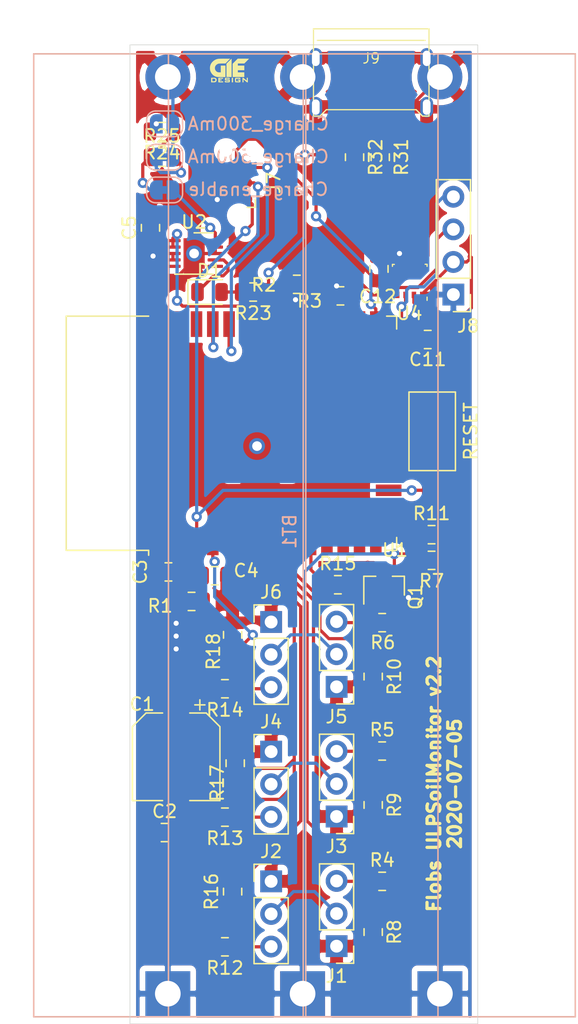
<source format=kicad_pcb>
(kicad_pcb (version 20171130) (host pcbnew "(5.1.4)-1")
  (title_block (title ULPSoilMonitor) (date 2020-07-05) (rev v2.2) (company Flobs))
  (layers (0 F.Cu signal) (31 B.Cu signal) (34 B.Paste user) (35 F.Paste user) (36 B.SilkS user) (37 F.SilkS user) (38 B.Mask user) (39 F.Mask user) (44 Edge.Cuts user))
  (net 0 "")
  (net 1 +BATT)
  (net 2 -BATT)
  (net 3 EN)
  (net 4 SENSOR0)
  (net 5 SENSOR_VCC)
  (net 6 SENSOR1)
  (net 7 SENSOR2)
  (net 8 SENSOR3)
  (net 9 SENSOR4)
  (net 10 SENSOR5)
  (net 11 VBUS)
  (net 12 "Net-(Q1-Pad1)")
  (net 13 IO0)
  (net 14 SENSOR0_SCALED)
  (net 15 SENSOR3_SCALED)
  (net 16 SENSOR1_SCALED)
  (net 17 SENSOR4_SCALED)
  (net 18 SENSOR2_SCALED)
  (net 19 SENSOR5_SCALED)
  (net 20 SENSOR_ENABLE)
  (net 21 ESPRX)
  (net 22 ESPTX)
  (net 23 SCL)
  (net 24 SDA)
  (net 25 VCC_SCALED)
  (net 26 "Net-(D1-Pad2)")
  (net 27 "Net-(D1-Pad1)")
  (net 28 PROG)
  (net 29 "Net-(JP1-Pad2)")
  (net 30 "Net-(JP2-Pad1)")
  (net 31 "Net-(JP3-Pad1)")
  (net 32 "Net-(U1-Pad12)")
  (net 33 "Net-(U1-Pad13)")
  (net 34 "Net-(U1-Pad14)")
  (net 35 "Net-(U1-Pad16)")
  (net 36 "Net-(U1-Pad17)")
  (net 37 "Net-(U1-Pad18)")
  (net 38 "Net-(U1-Pad19)")
  (net 39 "Net-(U1-Pad20)")
  (net 40 "Net-(U1-Pad21)")
  (net 41 "Net-(U1-Pad22)")
  (net 42 "Net-(U1-Pad23)")
  (net 43 "Net-(U1-Pad24)")
  (net 44 "Net-(U1-Pad27)")
  (net 45 "Net-(U1-Pad28)")
  (net 46 "Net-(U1-Pad30)")
  (net 47 "Net-(U1-Pad31)")
  (net 48 "Net-(U1-Pad32)")
  (net 49 "Net-(U1-Pad33)")
  (net 50 "Net-(U1-Pad36)")
  (net 51 "Net-(U1-Pad37)")
  (net 52 "Net-(U2-Pad5)")
  (net 53 "Net-(U2-Pad6)")
  (net 54 "Net-(J9-PadA5)")
  (net 55 "Net-(J9-PadB5)")
  (module "0 - GIE Design Logos:GIE Design - no LLC (3mm x 2mm)" (layer F.Cu) (at 46.25 30.25)
    (fp_text reference G*** hide)
    (fp_text value LOGO hide)
  )
  (module Package_DFN_QFN:DFN-10-1EP_3x3mm_P0.5mm_EP1.65x2.38mm (layer F.Cu) (at 43.5 44.5)
    (fp_text reference U2 (at 0 -2.45) (layer F.SilkS))
    (fp_text value MCP73123)
    (pad 1 smd roundrect (at -1.65 -1) (size 1.2 0.25) (layers F.Cu F.Paste F.Mask) (net 11 VBUS))
    (pad 2 smd roundrect (at -1.65 -0.5) (size 1.2 0.25) (layers F.Cu F.Paste F.Mask) (net 11 VBUS))
    (pad 3 smd roundrect (at -1.65 0) (size 1.2 0.25) (layers F.Cu F.Paste F.Mask) (net 1 +BATT))
    (pad 4 smd roundrect (at -1.65 0.5) (size 1.2 0.25) (layers F.Cu F.Paste F.Mask) (net 1 +BATT))
    (pad 5 smd roundrect (at -1.65 1) (size 1.2 0.25) (layers F.Cu F.Paste F.Mask) (net 52 "Net-(U2-Pad5)"))
    (pad 6 smd roundrect (at 1.65 1) (size 1.2 0.25) (layers F.Cu F.Paste F.Mask) (net 53 "Net-(U2-Pad6)"))
    (pad 7 smd roundrect (at 1.65 0.5) (size 1.2 0.25) (layers F.Cu F.Paste F.Mask) (net 27 "Net-(D1-Pad1)"))
    (pad 8 smd roundrect (at 1.65 0) (size 1.2 0.25) (layers F.Cu F.Paste F.Mask) (net 2 -BATT))
    (pad 9 smd roundrect (at 1.65 -0.5) (size 1.2 0.25) (layers F.Cu F.Paste F.Mask) (net 2 -BATT))
    (pad 10 smd roundrect (at 1.65 -1) (size 1.2 0.25) (layers F.Cu F.Paste F.Mask) (net 28 PROG))
    (pad 11 smd rect (at 0 0) (size 1.65 2.38) (layers F.Cu F.Mask) (net 2 -BATT))
    (pad "" thru_hole circle (at 0 0) (size 1.25 1.25) (drill 0.75) (layers *.Cu *.Mask) (net 2 -BATT))
  )
  (module Resistor_SMD:R_0805_2012Metric (layer F.Cu) (at 56 37 270)
    (fp_text reference R32 (at 0 -1.65 90) (layer F.SilkS))
    (fp_text value "5.1k 10%")
    (pad 2 smd roundrect (at 0.9375 0 270) (size 0.975 1.4) (layers F.Cu F.Paste F.Mask) (net 2 -BATT))
    (pad 1 smd roundrect (at -0.9375 0 270) (size 0.975 1.4) (layers F.Cu F.Paste F.Mask) (net 55 "Net-(J9-PadB5)"))
  )
  (module Resistor_SMD:R_0805_2012Metric (layer F.Cu) (at 58 37 270)
    (fp_text reference R31 (at 0 -1.65 90) (layer F.SilkS))
    (fp_text value "5.1k 10%")
    (pad 2 smd roundrect (at 0.9375 0 270) (size 0.975 1.4) (layers F.Cu F.Paste F.Mask) (net 2 -BATT))
    (pad 1 smd roundrect (at -0.9375 0 270) (size 0.975 1.4) (layers F.Cu F.Paste F.Mask) (net 54 "Net-(J9-PadA5)"))
  )
  (module Jumper:SolderJumper-2_P1.3mm_Bridged_RoundedPad1.0x1.5mm (layer B.Cu) (at 41.2 37)
    (fp_text reference JP2 hide)
    (fp_text value Charge_500mA (at 7.3 -0.05) (layer B.SilkS) (effects (justify mirror)))
    (fp_poly (pts (xy 0.25 0.3) (xy -0.25 0.3) (xy -0.25 -0.3) (xy 0.25 -0.3)) (layer B.Cu) (width 0))
    (pad 2 smd custom (at 0.65 0) (size 1 0.5) (layers B.Cu B.Mask) (net 2 -BATT) (options (clearance outline) (anchor rect)) (primitives (gr_circle (center 0 -0.25) (end 0.5 -0.25) (width 0)) (gr_circle (center 0 0.25) (end 0.5 0.25) (width 0)) (gr_poly (pts (xy 0 0.75) (xy -0.5 0.75) (xy -0.5 -0.75) (xy 0 -0.75)) (width 0))))
    (pad 1 smd custom (at -0.65 0) (size 1 0.5) (layers B.Cu B.Mask) (net 30 "Net-(JP2-Pad1)") (options (clearance outline) (anchor rect)) (primitives (gr_circle (center 0 -0.25) (end 0.5 -0.25) (width 0)) (gr_circle (center 0 0.25) (end 0.5 0.25) (width 0)) (gr_poly (pts (xy 0 0.75) (xy 0.5 0.75) (xy 0.5 -0.75) (xy 0 -0.75)) (width 0))))
  )
  (module Jumper:SolderJumper-2_P1.3mm_Bridged_RoundedPad1.0x1.5mm (layer B.Cu) (at 41.2 39.55 180)
    (fp_text reference JP1 hide)
    (fp_text value Charge_enable (at -7.3 0.05) (layer B.SilkS) (effects (justify mirror)))
    (fp_poly (pts (xy 0.25 0.3) (xy -0.25 0.3) (xy -0.25 -0.3) (xy 0.25 -0.3)) (layer B.Cu) (width 0))
    (pad 1 smd custom (at -0.65 0 180) (size 1 0.5) (layers B.Cu B.Mask) (net 28 PROG) (options (clearance outline) (anchor rect)) (primitives (gr_circle (center 0 -0.25) (end 0.5 -0.25) (width 0)) (gr_circle (center 0 0.25) (end 0.5 0.25) (width 0)) (gr_poly (pts (xy 0 0.75) (xy 0.5 0.75) (xy 0.5 -0.75) (xy 0 -0.75)) (width 0))))
    (pad 2 smd custom (at 0.65 0 180) (size 1 0.5) (layers B.Cu B.Mask) (net 29 "Net-(JP1-Pad2)") (options (clearance outline) (anchor rect)) (primitives (gr_circle (center 0 -0.25) (end 0.5 -0.25) (width 0)) (gr_circle (center 0 0.25) (end 0.5 0.25) (width 0)) (gr_poly (pts (xy 0 0.75) (xy -0.5 0.75) (xy -0.5 -0.75) (xy 0 -0.75)) (width 0))))
  )
  (module "0 - GIE Connectors, Terminal Blocks:TYPE-C-31-M-17.kicad_mod" (layer F.Cu) (at 57.3 29.3 180)
    (fp_text reference J9 (at 0 0) (layer F.SilkS) (effects (font (size 0.8 0.8) (thickness 0.1))))
    (fp_text value USB_C_Receptacle_PowerOnly)
    (pad S1 thru_hole roundrect (at -4.32 0 180) (size 1 1.6) (drill oval 0.6 1.2) (layers *.Cu *.Mask) (roundrect_rratio 0.5) (net 2 -BATT))
    (pad S1 thru_hole roundrect (at 4.32 0 180) (size 1 1.6) (drill oval 0.6 1.2) (layers *.Cu *.Mask) (roundrect_rratio 0.5) (net 2 -BATT))
    (pad S1 thru_hole roundrect (at 4.32 -3.8 180) (size 1 1.6) (drill oval 0.6 1.2) (layers *.Cu *.Mask) (roundrect_rratio 0.5) (net 2 -BATT))
    (pad S1 thru_hole roundrect (at -4.32 -3.8 180) (size 1 1.6) (drill oval 0.6 1.2) (layers *.Cu *.Mask) (roundrect_rratio 0.5) (net 2 -BATT))
    (pad B12 smd rect (at -2.75 -3.8 180) (size 0.8 1.2) (layers F.Cu F.Paste F.Mask) (net 2 -BATT))
    (pad B9 smd rect (at -1.52 -3.8 180) (size 0.8 1.2) (layers F.Cu F.Paste F.Mask) (net 11 VBUS))
    (pad A5 smd rect (at -0.5 -3.8 180) (size 0.8 1.2) (layers F.Cu F.Paste F.Mask) (net 54 "Net-(J9-PadA5)"))
    (pad B5 smd rect (at 0.5 -3.8 180) (size 0.8 1.2) (layers F.Cu F.Paste F.Mask) (net 55 "Net-(J9-PadB5)"))
    (pad A9 smd rect (at 1.52 -3.8 180) (size 0.8 1.2) (layers F.Cu F.Paste F.Mask) (net 11 VBUS))
    (pad A12 smd rect (at 2.75 -3.8 180) (size 0.8 1.2) (layers F.Cu F.Paste F.Mask) (net 2 -BATT))
  )
  (module Connector:Tag-Connect_TC2030-IDC-NL_2x03_P1.27mm_Vertical (layer F.Cu) (at 47 39 90)
    (fp_text reference J7 (at 0 2.7 90) (layer F.SilkS))
    (fp_text value Conn_ESP_PROG_1.27mm_TagConnect)
    (pad 6 connect circle (at 1.27 -0.635 90) (size 0.7874 0.7874) (layers F.Cu F.Mask) (net 13 IO0))
    (pad 5 connect circle (at 1.27 0.635 90) (size 0.7874 0.7874) (layers F.Cu F.Mask) (net 21 ESPRX))
    (pad 4 connect circle (at 0 -0.635 90) (size 0.7874 0.7874) (layers F.Cu F.Mask) (net 2 -BATT))
    (pad 3 connect circle (at 0 0.635 90) (size 0.7874 0.7874) (layers F.Cu F.Mask) (net 22 ESPTX))
    (pad 2 connect circle (at -1.27 -0.635 90) (size 0.7874 0.7874) (layers F.Cu F.Mask) (net 1 +BATT))
    (pad 1 connect circle (at -1.27 0.635 90) (size 0.7874 0.7874) (layers F.Cu F.Mask) (net 3 EN))
    (pad "" np_thru_hole circle (at -2.54 0 90) (size 0.9906 0.9906) (drill 0.9906) (layers *.Cu *.Mask))
    (pad "" np_thru_hole circle (at 2.54 1.016 90) (size 0.9906 0.9906) (drill 0.9906) (layers *.Cu *.Mask))
    (pad "" np_thru_hole circle (at 2.54 -1.016 90) (size 0.9906 0.9906) (drill 0.9906) (layers *.Cu *.Mask))
  )
  (module Jumper:SolderJumper-2_P1.3mm_Open_RoundedPad1.0x1.5mm (layer B.Cu) (at 41.2 34.4)
    (fp_text reference JP3 hide)
    (fp_text value Charge_300mA (at 7.3 0) (layer B.SilkS) (effects (justify mirror)))
    (pad 1 smd custom (at -0.65 0) (size 1 0.5) (layers B.Cu B.Mask) (net 31 "Net-(JP3-Pad1)") (options (clearance outline) (anchor rect)) (primitives (gr_circle (center 0 -0.25) (end 0.5 -0.25) (width 0)) (gr_circle (center 0 0.25) (end 0.5 0.25) (width 0)) (gr_poly (pts (xy 0 0.75) (xy 0.5 0.75) (xy 0.5 -0.75) (xy 0 -0.75)) (width 0))))
    (pad 2 smd custom (at 0.65 0) (size 1 0.5) (layers B.Cu B.Mask) (net 2 -BATT) (options (clearance outline) (anchor rect)) (primitives (gr_circle (center 0 -0.25) (end 0.5 -0.25) (width 0)) (gr_circle (center 0 0.25) (end 0.5 0.25) (width 0)) (gr_poly (pts (xy 0 0.75) (xy -0.5 0.75) (xy -0.5 -0.75) (xy 0 -0.75)) (width 0))))
  )
  (module RF_Module:ESP32-WROOM-32 (layer F.Cu) (at 49.4 58.5 90)
    (fp_text reference U1 (at -9.1 9.75 180) (layer F.SilkS))
    (fp_text value ESP32-WROOM-32)
    (pad 39 smd rect (at -1 -0.755 90) (size 5 5) (layers F.Cu F.Paste F.Mask) (net 2 -BATT))
    (pad 1 smd rect (at -8.5 -8.255 90) (size 2 0.9) (layers F.Cu F.Paste F.Mask) (net 2 -BATT))
    (pad 2 smd rect (at -8.5 -6.985 90) (size 2 0.9) (layers F.Cu F.Paste F.Mask) (net 1 +BATT))
    (pad 3 smd rect (at -8.5 -5.715 90) (size 2 0.9) (layers F.Cu F.Paste F.Mask) (net 3 EN))
    (pad 4 smd rect (at -8.5 -4.445 90) (size 2 0.9) (layers F.Cu F.Paste F.Mask) (net 19 SENSOR5_SCALED))
    (pad 5 smd rect (at -8.5 -3.175 90) (size 2 0.9) (layers F.Cu F.Paste F.Mask) (net 17 SENSOR4_SCALED))
    (pad 6 smd rect (at -8.5 -1.905 90) (size 2 0.9) (layers F.Cu F.Paste F.Mask) (net 15 SENSOR3_SCALED))
    (pad 7 smd rect (at -8.5 -0.635 90) (size 2 0.9) (layers F.Cu F.Paste F.Mask) (net 14 SENSOR0_SCALED))
    (pad 8 smd rect (at -8.5 0.635 90) (size 2 0.9) (layers F.Cu F.Paste F.Mask) (net 16 SENSOR1_SCALED))
    (pad 9 smd rect (at -8.5 1.905 90) (size 2 0.9) (layers F.Cu F.Paste F.Mask) (net 18 SENSOR2_SCALED))
    (pad 10 smd rect (at -8.5 3.175 90) (size 2 0.9) (layers F.Cu F.Paste F.Mask) (net 20 SENSOR_ENABLE))
    (pad 11 smd rect (at -8.5 4.445 90) (size 2 0.9) (layers F.Cu F.Paste F.Mask) (net 25 VCC_SCALED))
    (pad 12 smd rect (at -8.5 5.715 90) (size 2 0.9) (layers F.Cu F.Paste F.Mask) (net 32 "Net-(U1-Pad12)"))
    (pad 13 smd rect (at -8.5 6.985 90) (size 2 0.9) (layers F.Cu F.Paste F.Mask) (net 33 "Net-(U1-Pad13)"))
    (pad 14 smd rect (at -8.5 8.255 90) (size 2 0.9) (layers F.Cu F.Paste F.Mask) (net 34 "Net-(U1-Pad14)"))
    (pad 15 smd rect (at -5.715 9.255 180) (size 2 0.9) (layers F.Cu F.Paste F.Mask) (net 2 -BATT))
    (pad 16 smd rect (at -4.445 9.255 180) (size 2 0.9) (layers F.Cu F.Paste F.Mask) (net 35 "Net-(U1-Pad16)"))
    (pad 17 smd rect (at -3.175 9.255 180) (size 2 0.9) (layers F.Cu F.Paste F.Mask) (net 36 "Net-(U1-Pad17)"))
    (pad 18 smd rect (at -1.905 9.255 180) (size 2 0.9) (layers F.Cu F.Paste F.Mask) (net 37 "Net-(U1-Pad18)"))
    (pad 19 smd rect (at -0.635 9.255 180) (size 2 0.9) (layers F.Cu F.Paste F.Mask) (net 38 "Net-(U1-Pad19)"))
    (pad 20 smd rect (at 0.635 9.255 180) (size 2 0.9) (layers F.Cu F.Paste F.Mask) (net 39 "Net-(U1-Pad20)"))
    (pad 21 smd rect (at 1.905 9.255 180) (size 2 0.9) (layers F.Cu F.Paste F.Mask) (net 40 "Net-(U1-Pad21)"))
    (pad 22 smd rect (at 3.175 9.255 180) (size 2 0.9) (layers F.Cu F.Paste F.Mask) (net 41 "Net-(U1-Pad22)"))
    (pad 23 smd rect (at 4.445 9.255 180) (size 2 0.9) (layers F.Cu F.Paste F.Mask) (net 42 "Net-(U1-Pad23)"))
    (pad 24 smd rect (at 5.715 9.255 180) (size 2 0.9) (layers F.Cu F.Paste F.Mask) (net 43 "Net-(U1-Pad24)"))
    (pad 25 smd rect (at 8.5 8.255 90) (size 2 0.9) (layers F.Cu F.Paste F.Mask) (net 13 IO0))
    (pad 26 smd rect (at 8.5 6.985 90) (size 2 0.9) (layers F.Cu F.Paste F.Mask) (net 24 SDA))
    (pad 27 smd rect (at 8.5 5.715 90) (size 2 0.9) (layers F.Cu F.Paste F.Mask) (net 44 "Net-(U1-Pad27)"))
    (pad 28 smd rect (at 8.5 4.445 90) (size 2 0.9) (layers F.Cu F.Paste F.Mask) (net 45 "Net-(U1-Pad28)"))
    (pad 29 smd rect (at 8.5 3.175 90) (size 2 0.9) (layers F.Cu F.Paste F.Mask) (net 23 SCL))
    (pad 30 smd rect (at 8.5 1.905 90) (size 2 0.9) (layers F.Cu F.Paste F.Mask) (net 46 "Net-(U1-Pad30)"))
    (pad 31 smd rect (at 8.5 0.635 90) (size 2 0.9) (layers F.Cu F.Paste F.Mask) (net 47 "Net-(U1-Pad31)"))
    (pad 32 smd rect (at 8.5 -0.635 90) (size 2 0.9) (layers F.Cu F.Paste F.Mask) (net 48 "Net-(U1-Pad32)"))
    (pad 33 smd rect (at 8.5 -1.905 90) (size 2 0.9) (layers F.Cu F.Paste F.Mask) (net 49 "Net-(U1-Pad33)"))
    (pad 34 smd rect (at 8.5 -3.175 90) (size 2 0.9) (layers F.Cu F.Paste F.Mask) (net 21 ESPRX))
    (pad 35 smd rect (at 8.5 -4.445 90) (size 2 0.9) (layers F.Cu F.Paste F.Mask) (net 22 ESPTX))
    (pad 36 smd rect (at 8.5 -5.715 90) (size 2 0.9) (layers F.Cu F.Paste F.Mask) (net 50 "Net-(U1-Pad36)"))
    (pad 37 smd rect (at 8.5 -6.985 90) (size 2 0.9) (layers F.Cu F.Paste F.Mask) (net 51 "Net-(U1-Pad37)"))
    (pad 38 smd rect (at 8.5 -8.255 90) (size 2 0.9) (layers F.Cu F.Paste F.Mask) (net 2 -BATT))
    (pad 39 thru_hole circle (at -1 -1 90) (size 1.25 1.25) (drill 0.75) (layers *.Cu *.Mask) (net 2 -BATT))
  )
  (module Resistor_SMD:R_0805_2012Metric (layer F.Cu) (at 41 37)
    (fp_text reference R25 (at 0 -1.65) (layer F.SilkS))
    (fp_text value 2k37)
    (pad 2 smd roundrect (at 0.9375 0) (size 0.975 1.4) (layers F.Cu F.Paste F.Mask) (net 30 "Net-(JP2-Pad1)"))
    (pad 1 smd roundrect (at -0.9375 0) (size 0.975 1.4) (layers F.Cu F.Paste F.Mask) (net 29 "Net-(JP1-Pad2)"))
  )
  (module Resistor_SMD:R_0805_2012Metric (layer F.Cu) (at 41 35 180)
    (fp_text reference R24 (at 0 -1.65) (layer F.SilkS))
    (fp_text value 3k9)
    (pad 2 smd roundrect (at 0.9375 0 180) (size 0.975 1.4) (layers F.Cu F.Paste F.Mask) (net 31 "Net-(JP3-Pad1)"))
    (pad 1 smd roundrect (at -0.9375 0 180) (size 0.975 1.4) (layers F.Cu F.Paste F.Mask) (net 29 "Net-(JP1-Pad2)"))
  )
  (module Resistor_SMD:R_0805_2012Metric (layer F.Cu) (at 48.1 47.5 180)
    (fp_text reference R23 (at 0 -1.65) (layer F.SilkS))
    (fp_text value 1k)
    (pad 1 smd roundrect (at -0.9375 0 180) (size 0.975 1.4) (layers F.Cu F.Paste F.Mask) (net 11 VBUS))
    (pad 2 smd roundrect (at 0.9375 0 180) (size 0.975 1.4) (layers F.Cu F.Paste F.Mask) (net 26 "Net-(D1-Pad2)"))
  )
  (module LED_SMD:LED_0805_2012Metric (layer F.Cu) (at 44.7 47.5)
    (fp_text reference D1 (at 0 -1.65) (layer F.SilkS))
    (fp_text value CHARGING)
    (pad 2 smd roundrect (at 0.9375 0) (size 0.975 1.4) (layers F.Cu F.Paste F.Mask) (net 26 "Net-(D1-Pad2)"))
    (pad 1 smd roundrect (at -0.9375 0) (size 0.975 1.4) (layers F.Cu F.Paste F.Mask) (net 27 "Net-(D1-Pad1)"))
  )
  (module Capacitor_SMD:C_0805_2012Metric (layer F.Cu) (at 40.1 42.5 90)
    (fp_text reference C5 (at 0 -1.65 90) (layer F.SilkS))
    (fp_text value 4.7μF)
    (pad 2 smd roundrect (at 0.9375 0 90) (size 0.975 1.4) (layers F.Cu F.Paste F.Mask) (net 2 -BATT))
    (pad 1 smd roundrect (at -0.9375 0 90) (size 0.975 1.4) (layers F.Cu F.Paste F.Mask) (net 1 +BATT))
  )
  (module Resistor_SMD:R_0805_2012Metric (layer F.Cu) (at 45.9 98.5 180)
    (fp_text reference R12 (at 0 -1.65) (layer F.SilkS))
    (fp_text value 68k)
    (pad 1 smd roundrect (at -0.9375 0 180) (size 0.975 1.4) (layers F.Cu F.Paste F.Mask) (net 8 SENSOR3))
    (pad 2 smd roundrect (at 0.9375 0 180) (size 0.975 1.4) (layers F.Cu F.Paste F.Mask) (net 15 SENSOR3_SCALED))
  )
  (module Button_Switch_SMD:SW_SPST_FSMSM (layer F.Cu) (at 62.05 58.35 90)
    (fp_text reference SW1 hide)
    (fp_text value RESET (at 0 3 90) (layer F.SilkS))
    (pad 2 smd rect (at 4.59 0 90) (size 2.18 1.6) (layers F.Cu F.Paste F.Mask) (net 2 -BATT))
    (pad 1 smd rect (at -4.59 0 90) (size 2.18 1.6) (layers F.Cu F.Paste F.Mask) (net 3 EN))
  )
  (module Package_LGA:Bosch_LGA-8_2.5x2.5mm_P0.65mm_ClockwisePinNumbering (layer F.Cu) (at 60.3 46.7 180)
    (fp_text reference U4 (at 0.015 -2.465) (layer F.SilkS))
    (fp_text value BME280)
    (pad 4 smd rect (at 0.975 -1.025 270) (size 0.5 0.35) (layers F.Cu F.Paste F.Mask) (net 23 SCL))
    (pad 3 smd rect (at 0.325 -1.025 270) (size 0.5 0.35) (layers F.Cu F.Paste F.Mask) (net 24 SDA))
    (pad 2 smd rect (at -0.325 -1.025 270) (size 0.5 0.35) (layers F.Cu F.Paste F.Mask) (net 1 +BATT))
    (pad 1 smd rect (at -0.975 -1.025 270) (size 0.5 0.35) (layers F.Cu F.Paste F.Mask) (net 2 -BATT))
    (pad 8 smd rect (at -0.975 1.025 270) (size 0.5 0.35) (layers F.Cu F.Paste F.Mask) (net 1 +BATT))
    (pad 7 smd rect (at -0.325 1.025 270) (size 0.5 0.35) (layers F.Cu F.Paste F.Mask) (net 2 -BATT))
    (pad 6 smd rect (at 0.325 1.025 270) (size 0.5 0.35) (layers F.Cu F.Paste F.Mask) (net 1 +BATT))
    (pad 5 smd rect (at 0.975 1.025 270) (size 0.5 0.35) (layers F.Cu F.Paste F.Mask) (net 2 -BATT))
  )
  (module flobs-KiCad-footprints:BatteryHolder_BHC-18650-1P-2P (layer B.Cu) (at 51.95 102.15 90)
    (fp_text reference BT1 (at 36 -1 90) (layer B.SilkS) (effects (justify mirror)))
    (fp_text value Battery)
    (pad 2 thru_hole circle (at 71.4 0 90) (size 3.5 3.5) (drill 2) (layers *.Cu *.Mask) (net 2 -BATT))
    (pad 1 thru_hole rect (at 0 0 90) (size 3.5 3.5) (drill 2) (layers *.Cu *.Mask) (net 1 +BATT))
    (pad 2 thru_hole circle (at 71.4 10.7 90) (size 3.5 3.5) (drill 2) (layers *.Cu *.Mask) (net 2 -BATT))
    (pad 1 thru_hole rect (at 0 10.7 90) (size 3.5 3.5) (drill 2) (layers *.Cu *.Mask) (net 1 +BATT))
    (pad 2 thru_hole circle (at 71.4 -10.5 90) (size 3.5 3.5) (drill 2) (layers *.Cu *.Mask) (net 2 -BATT))
    (pad 1 thru_hole rect (at 0 -10.5 90) (size 3.5 3.5) (drill 2) (layers *.Cu *.Mask) (net 1 +BATT))
  )
  (module Resistor_SMD:R_0805_2012Metric (layer F.Cu) (at 46.7 84.2 270)
    (fp_text reference R17 (at 1.55 1.4 270) (layer F.SilkS))
    (fp_text value 30k)
    (pad 2 smd roundrect (at 0.9375 0 270) (size 0.975 1.4) (layers F.Cu F.Paste F.Mask) (net 2 -BATT))
    (pad 1 smd roundrect (at -0.9375 0 270) (size 0.975 1.4) (layers F.Cu F.Paste F.Mask) (net 17 SENSOR4_SCALED))
  )
  (module Resistor_SMD:R_0805_2012Metric (layer F.Cu) (at 62 68.4)
    (fp_text reference R7 (at 0 1.6) (layer F.SilkS))
    (fp_text value 68k)
    (pad 1 smd roundrect (at -0.9375 0) (size 0.975 1.4) (layers F.Cu F.Paste F.Mask) (net 5 SENSOR_VCC))
    (pad 2 smd roundrect (at 0.9375 0) (size 0.975 1.4) (layers F.Cu F.Paste F.Mask) (net 25 VCC_SCALED))
  )
  (module Resistor_SMD:R_0805_2012Metric (layer F.Cu) (at 62 66.4)
    (fp_text reference R11 (at 0 -1.65) (layer F.SilkS))
    (fp_text value 30k)
    (pad 2 smd roundrect (at 0.9375 0) (size 0.975 1.4) (layers F.Cu F.Paste F.Mask) (net 2 -BATT))
    (pad 1 smd roundrect (at -0.9375 0) (size 0.975 1.4) (layers F.Cu F.Paste F.Mask) (net 25 VCC_SCALED))
  )
  (module Resistor_SMD:R_0805_2012Metric (layer F.Cu) (at 57.4508 97.3508 270)
    (fp_text reference R8 (at 0 -1.65 90) (layer F.SilkS))
    (fp_text value 30k)
    (pad 2 smd roundrect (at 0.9375 0 270) (size 0.975 1.4) (layers F.Cu F.Paste F.Mask) (net 2 -BATT))
    (pad 1 smd roundrect (at -0.9375 0 270) (size 0.975 1.4) (layers F.Cu F.Paste F.Mask) (net 14 SENSOR0_SCALED))
  )
  (module Resistor_SMD:R_0805_2012Metric (layer F.Cu) (at 58.1508 93.4)
    (fp_text reference R4 (at 0 -1.65) (layer F.SilkS))
    (fp_text value 68k)
    (pad 1 smd roundrect (at -0.9375 0) (size 0.975 1.4) (layers F.Cu F.Paste F.Mask) (net 4 SENSOR0))
    (pad 2 smd roundrect (at 0.9375 0) (size 0.975 1.4) (layers F.Cu F.Paste F.Mask) (net 14 SENSOR0_SCALED))
  )
  (module Resistor_SMD:R_0805_2012Metric (layer F.Cu) (at 54.9 47.8 180)
    (fp_text reference R3 (at 2.4 -0.4) (layer F.SilkS))
    (fp_text value 4k7)
    (pad 1 smd roundrect (at -0.9375 0 180) (size 0.975 1.4) (layers F.Cu F.Paste F.Mask) (net 24 SDA))
    (pad 2 smd roundrect (at 0.9375 0 180) (size 0.975 1.4) (layers F.Cu F.Paste F.Mask) (net 1 +BATT))
  )
  (module Capacitor_SMD:CP_Elec_6.3x7.7 (layer F.Cu) (at 42.1 83.7 270)
    (fp_text reference C1 (at -4.1 2.65 180) (layer F.SilkS))
    (fp_text value 470μF)
    (pad 1 smd roundrect (at -2.7 0 270) (size 3.5 1.6) (layers F.Cu F.Paste F.Mask) (roundrect_rratio 0.15625) (net 1 +BATT))
    (pad 2 smd roundrect (at 2.7 0 270) (size 3.5 1.6) (layers F.Cu F.Paste F.Mask) (roundrect_rratio 0.15625) (net 2 -BATT))
  )
  (module Capacitor_SMD:C_0805_2012Metric (layer F.Cu) (at 41.2 89.6)
    (fp_text reference C2 (at 0 -1.65) (layer F.SilkS))
    (fp_text value 22μF)
    (pad 2 smd roundrect (at 0.9375 0) (size 0.975 1.4) (layers F.Cu F.Paste F.Mask) (net 2 -BATT))
    (pad 1 smd roundrect (at -0.9375 0) (size 0.975 1.4) (layers F.Cu F.Paste F.Mask) (net 1 +BATT))
  )
  (module Capacitor_SMD:C_0805_2012Metric (layer F.Cu) (at 41.5 69.3 180)
    (fp_text reference C3 (at 2.2 0 90) (layer F.SilkS))
    (fp_text value 100nF)
    (pad 1 smd roundrect (at -0.9375 0 180) (size 0.975 1.4) (layers F.Cu F.Paste F.Mask) (net 1 +BATT))
    (pad 2 smd roundrect (at 0.9375 0 180) (size 0.975 1.4) (layers F.Cu F.Paste F.Mask) (net 2 -BATT))
  )
  (module Capacitor_SMD:C_0805_2012Metric (layer F.Cu) (at 45.1 69.6)
    (fp_text reference C4 (at 2.45 -0.4) (layer F.SilkS))
    (fp_text value 100nF)
    (pad 1 smd roundrect (at -0.9375 0) (size 0.975 1.4) (layers F.Cu F.Paste F.Mask) (net 3 EN))
    (pad 2 smd roundrect (at 0.9375 0) (size 0.975 1.4) (layers F.Cu F.Paste F.Mask) (net 2 -BATT))
  )
  (module Capacitor_SMD:C_0805_2012Metric (layer F.Cu) (at 61.7 51.2)
    (fp_text reference C11 (at 0 1.55) (layer F.SilkS))
    (fp_text value 100nF)
    (pad 1 smd roundrect (at -0.9375 0) (size 0.975 1.4) (layers F.Cu F.Paste F.Mask) (net 1 +BATT))
    (pad 2 smd roundrect (at 0.9375 0) (size 0.975 1.4) (layers F.Cu F.Paste F.Mask) (net 2 -BATT))
  )
  (module Capacitor_SMD:C_0805_2012Metric (layer F.Cu) (at 57.9 45.7 270)
    (fp_text reference C12 (at 2.15 0.1 180) (layer F.SilkS))
    (fp_text value 100nF)
    (pad 2 smd roundrect (at 0.9375 0 270) (size 0.975 1.4) (layers F.Cu F.Paste F.Mask) (net 2 -BATT))
    (pad 1 smd roundrect (at -0.9375 0 270) (size 0.975 1.4) (layers F.Cu F.Paste F.Mask) (net 1 +BATT))
  )
  (module Connector_PinHeader_2.54mm:PinHeader_1x03_P2.54mm_Vertical (layer F.Cu) (at 54.6 98.45 180)
    (fp_text reference J1 (at 0 -2.33) (layer F.SilkS))
    (fp_text value Conn_01x03_Male)
    (pad 1 thru_hole rect (at 0 0 180) (size 1.7 1.7) (drill 1) (layers *.Cu *.Mask) (net 2 -BATT))
    (pad 2 thru_hole oval (at 0 2.54 180) (size 1.7 1.7) (drill 1) (layers *.Cu *.Mask) (net 5 SENSOR_VCC))
    (pad 3 thru_hole oval (at 0 5.08 180) (size 1.7 1.7) (drill 1) (layers *.Cu *.Mask) (net 4 SENSOR0))
  )
  (module Connector_PinHeader_2.54mm:PinHeader_1x03_P2.54mm_Vertical (layer F.Cu) (at 49.5 93.4)
    (fp_text reference J2 (at 0 -2.33) (layer F.SilkS))
    (fp_text value Conn_01x03_Male)
    (pad 1 thru_hole rect (at 0 0) (size 1.7 1.7) (drill 1) (layers *.Cu *.Mask) (net 2 -BATT))
    (pad 2 thru_hole oval (at 0 2.54) (size 1.7 1.7) (drill 1) (layers *.Cu *.Mask) (net 5 SENSOR_VCC))
    (pad 3 thru_hole oval (at 0 5.08) (size 1.7 1.7) (drill 1) (layers *.Cu *.Mask) (net 8 SENSOR3))
  )
  (module Connector_PinHeader_2.54mm:PinHeader_1x03_P2.54mm_Vertical (layer F.Cu) (at 54.6 88.3508 180)
    (fp_text reference J3 (at 0 -2.33) (layer F.SilkS))
    (fp_text value Conn_01x03_Male)
    (pad 1 thru_hole rect (at 0 0 180) (size 1.7 1.7) (drill 1) (layers *.Cu *.Mask) (net 2 -BATT))
    (pad 2 thru_hole oval (at 0 2.54 180) (size 1.7 1.7) (drill 1) (layers *.Cu *.Mask) (net 5 SENSOR_VCC))
    (pad 3 thru_hole oval (at 0 5.08 180) (size 1.7 1.7) (drill 1) (layers *.Cu *.Mask) (net 6 SENSOR1))
  )
  (module Connector_PinHeader_2.54mm:PinHeader_1x03_P2.54mm_Vertical (layer F.Cu) (at 49.5 83.3)
    (fp_text reference J4 (at 0 -2.33) (layer F.SilkS))
    (fp_text value Conn_01x03_Male)
    (pad 3 thru_hole oval (at 0 5.08) (size 1.7 1.7) (drill 1) (layers *.Cu *.Mask) (net 9 SENSOR4))
    (pad 2 thru_hole oval (at 0 2.54) (size 1.7 1.7) (drill 1) (layers *.Cu *.Mask) (net 5 SENSOR_VCC))
    (pad 1 thru_hole rect (at 0 0) (size 1.7 1.7) (drill 1) (layers *.Cu *.Mask) (net 2 -BATT))
  )
  (module Connector_PinHeader_2.54mm:PinHeader_1x03_P2.54mm_Vertical (layer F.Cu) (at 54.6 78.25 180)
    (fp_text reference J5 (at 0 -2.33) (layer F.SilkS))
    (fp_text value Conn_01x03_Male)
    (pad 3 thru_hole oval (at 0 5.08 180) (size 1.7 1.7) (drill 1) (layers *.Cu *.Mask) (net 7 SENSOR2))
    (pad 2 thru_hole oval (at 0 2.54 180) (size 1.7 1.7) (drill 1) (layers *.Cu *.Mask) (net 5 SENSOR_VCC))
    (pad 1 thru_hole rect (at 0 0 180) (size 1.7 1.7) (drill 1) (layers *.Cu *.Mask) (net 2 -BATT))
  )
  (module Connector_PinHeader_2.54mm:PinHeader_1x03_P2.54mm_Vertical (layer F.Cu) (at 49.5 73.2)
    (fp_text reference J6 (at 0 -2.33) (layer F.SilkS))
    (fp_text value Conn_01x03_Male)
    (pad 3 thru_hole oval (at 0 5.08) (size 1.7 1.7) (drill 1) (layers *.Cu *.Mask) (net 10 SENSOR5))
    (pad 2 thru_hole oval (at 0 2.54) (size 1.7 1.7) (drill 1) (layers *.Cu *.Mask) (net 5 SENSOR_VCC))
    (pad 1 thru_hole rect (at 0 0) (size 1.7 1.7) (drill 1) (layers *.Cu *.Mask) (net 2 -BATT))
  )
  (module Connector_PinHeader_2.54mm:PinHeader_1x04_P2.54mm_Vertical (layer F.Cu) (at 63.7 47.7 180)
    (fp_text reference J8 (at -1.15 -2.45) (layer F.SilkS))
    (fp_text value "BME280_(GYBMEP)")
    (pad 1 thru_hole rect (at 0 0 180) (size 1.7 1.7) (drill 1) (layers *.Cu *.Mask) (net 1 +BATT))
    (pad 2 thru_hole oval (at 0 2.54 180) (size 1.7 1.7) (drill 1) (layers *.Cu *.Mask) (net 2 -BATT))
    (pad 3 thru_hole oval (at 0 5.08 180) (size 1.7 1.7) (drill 1) (layers *.Cu *.Mask) (net 23 SCL))
    (pad 4 thru_hole oval (at 0 7.62 180) (size 1.7 1.7) (drill 1) (layers *.Cu *.Mask) (net 24 SDA))
  )
  (module Package_TO_SOT_SMD:SOT-23 (layer F.Cu) (at 58.3 70.4 90)
    (fp_text reference Q1 (at -0.85 2.45 90) (layer F.SilkS))
    (fp_text value BC807)
    (pad 1 smd rect (at -1 -0.95 90) (size 0.9 0.8) (layers F.Cu F.Paste F.Mask) (net 12 "Net-(Q1-Pad1)"))
    (pad 2 smd rect (at -1 0.95 90) (size 0.9 0.8) (layers F.Cu F.Paste F.Mask) (net 1 +BATT))
    (pad 3 smd rect (at 1 0 90) (size 0.9 0.8) (layers F.Cu F.Paste F.Mask) (net 5 SENSOR_VCC))
  )
  (module Resistor_SMD:R_0805_2012Metric (layer F.Cu) (at 43.3 71.6)
    (fp_text reference R1 (at -2.45 0.35) (layer F.SilkS))
    (fp_text value 10k)
    (pad 1 smd roundrect (at -0.9375 0) (size 0.975 1.4) (layers F.Cu F.Paste F.Mask) (net 1 +BATT))
    (pad 2 smd roundrect (at 0.9375 0) (size 0.975 1.4) (layers F.Cu F.Paste F.Mask) (net 3 EN))
  )
  (module Resistor_SMD:R_0805_2012Metric (layer F.Cu) (at 51.5 46.9 180)
    (fp_text reference R2 (at 2.5625 -0.05) (layer F.SilkS))
    (fp_text value 4k7)
    (pad 2 smd roundrect (at 0.9375 0 180) (size 0.975 1.4) (layers F.Cu F.Paste F.Mask) (net 1 +BATT))
    (pad 1 smd roundrect (at -0.9375 0 180) (size 0.975 1.4) (layers F.Cu F.Paste F.Mask) (net 23 SCL))
  )
  (module Resistor_SMD:R_0805_2012Metric (layer F.Cu) (at 58.1508 83.2508)
    (fp_text reference R5 (at 0 -1.65) (layer F.SilkS))
    (fp_text value 68k)
    (pad 1 smd roundrect (at -0.9375 0) (size 0.975 1.4) (layers F.Cu F.Paste F.Mask) (net 6 SENSOR1))
    (pad 2 smd roundrect (at 0.9375 0) (size 0.975 1.4) (layers F.Cu F.Paste F.Mask) (net 16 SENSOR1_SCALED))
  )
  (module Resistor_SMD:R_0805_2012Metric (layer F.Cu) (at 58.1508 73.2508)
    (fp_text reference R6 (at 0.0492 1.5492) (layer F.SilkS))
    (fp_text value 68k)
    (pad 2 smd roundrect (at 0.9375 0) (size 0.975 1.4) (layers F.Cu F.Paste F.Mask) (net 18 SENSOR2_SCALED))
    (pad 1 smd roundrect (at -0.9375 0) (size 0.975 1.4) (layers F.Cu F.Paste F.Mask) (net 7 SENSOR2))
  )
  (module Resistor_SMD:R_0805_2012Metric (layer F.Cu) (at 57.4508 87.4508 270)
    (fp_text reference R9 (at 0 -1.65 90) (layer F.SilkS))
    (fp_text value 30k)
    (pad 2 smd roundrect (at 0.9375 0 270) (size 0.975 1.4) (layers F.Cu F.Paste F.Mask) (net 2 -BATT))
    (pad 1 smd roundrect (at -0.9375 0 270) (size 0.975 1.4) (layers F.Cu F.Paste F.Mask) (net 16 SENSOR1_SCALED))
  )
  (module Resistor_SMD:R_0805_2012Metric (layer F.Cu) (at 57.4508 77.4508 270)
    (fp_text reference R10 (at 0 -1.65 90) (layer F.SilkS))
    (fp_text value 30k)
    (pad 2 smd roundrect (at 0.9375 0 270) (size 0.975 1.4) (layers F.Cu F.Paste F.Mask) (net 2 -BATT))
    (pad 1 smd roundrect (at -0.9375 0 270) (size 0.975 1.4) (layers F.Cu F.Paste F.Mask) (net 18 SENSOR2_SCALED))
  )
  (module Resistor_SMD:R_0805_2012Metric (layer F.Cu) (at 45.9 88.4 180)
    (fp_text reference R13 (at 0 -1.65) (layer F.SilkS))
    (fp_text value 68k)
    (pad 1 smd roundrect (at -0.9375 0 180) (size 0.975 1.4) (layers F.Cu F.Paste F.Mask) (net 9 SENSOR4))
    (pad 2 smd roundrect (at 0.9375 0 180) (size 0.975 1.4) (layers F.Cu F.Paste F.Mask) (net 17 SENSOR4_SCALED))
  )
  (module Resistor_SMD:R_0805_2012Metric (layer F.Cu) (at 45.9 78.4 180)
    (fp_text reference R14 (at 0 -1.65) (layer F.SilkS))
    (fp_text value 68k)
    (pad 1 smd roundrect (at -0.9375 0 180) (size 0.975 1.4) (layers F.Cu F.Paste F.Mask) (net 10 SENSOR5))
    (pad 2 smd roundrect (at 0.9375 0 180) (size 0.975 1.4) (layers F.Cu F.Paste F.Mask) (net 19 SENSOR5_SCALED))
  )
  (module Resistor_SMD:R_0805_2012Metric (layer F.Cu) (at 54.7 70.3)
    (fp_text reference R15 (at 0 -1.65) (layer F.SilkS))
    (fp_text value 3k9)
    (pad 1 smd roundrect (at -0.9375 0) (size 0.975 1.4) (layers F.Cu F.Paste F.Mask) (net 20 SENSOR_ENABLE))
    (pad 2 smd roundrect (at 0.9375 0) (size 0.975 1.4) (layers F.Cu F.Paste F.Mask) (net 12 "Net-(Q1-Pad1)"))
  )
  (module Resistor_SMD:R_0805_2012Metric (layer F.Cu) (at 46.5 94.2 90)
    (fp_text reference R16 (at 0 -1.65 90) (layer F.SilkS))
    (fp_text value 30k)
    (pad 2 smd roundrect (at 0.9375 0 90) (size 0.975 1.4) (layers F.Cu F.Paste F.Mask) (net 2 -BATT))
    (pad 1 smd roundrect (at -0.9375 0 90) (size 0.975 1.4) (layers F.Cu F.Paste F.Mask) (net 15 SENSOR3_SCALED))
  )
  (module Resistor_SMD:R_0805_2012Metric (layer F.Cu) (at 46.5 74.2 90)
    (fp_text reference R18 (at -1.3 -1.5 270) (layer F.SilkS))
    (fp_text value 30k)
    (pad 2 smd roundrect (at 0.9375 0 90) (size 0.975 1.4) (layers F.Cu F.Paste F.Mask) (net 2 -BATT))
    (pad 1 smd roundrect (at -0.9375 0 90) (size 0.975 1.4) (layers F.Cu F.Paste F.Mask) (net 19 SENSOR5_SCALED))
  )
  (gr_text "Flobs ULPSoilMonitor v2.2\n2020-07-05" (at 63 85.8 90) (layer F.SilkS) (effects (font (size 1 1) (thickness 0.25))))
  (gr_line (start 65.6 28.25) (end 38.5 28.25) (layer Edge.Cuts) (width 0.05))
  (gr_line (start 65.6 104.5) (end 65.6 28.25) (layer Edge.Cuts) (width 0.05))
  (gr_line (start 38.5 104.5) (end 65.6 104.5) (layer Edge.Cuts) (width 0.05))
  (gr_line (start 38.5 28.25) (end 38.5 104.5) (layer Edge.Cuts) (width 0.05))
  (via (at 59.5 44.5) (size 0.8) (drill 0.4) (layers F.Cu B.Cu) (net 1))
  (segment (start 59.2375 44.7625) (end 59.5 44.5) (width 0.25) (layer F.Cu) (net 1))
  (segment (start 57.9 44.7625) (end 59.2375 44.7625) (width 0.25) (layer F.Cu) (net 1))
  (segment (start 42.415 67) (end 42.415 68.315) (width 0.4) (layer F.Cu) (net 1))
  (segment (start 42.4375 68.3375) (end 42.4375 69.3) (width 0.4) (layer F.Cu) (net 1))
  (segment (start 42.415 68.315) (end 42.4375 68.3375) (width 0.4) (layer F.Cu) (net 1))
  (segment (start 63.5 47.22) (end 63.38 47.1) (width 0.25) (layer F.Cu) (net 1))
  (segment (start 60 45) (end 59.5 44.5) (width 0.25) (layer F.Cu) (net 1))
  (segment (start 59.975 45.675) (end 60 45.65) (width 0.25) (layer F.Cu) (net 1))
  (segment (start 60 45.65) (end 60 45) (width 0.25) (layer F.Cu) (net 1))
  (via (at 60.7 49.3) (size 0.8) (drill 0.4) (layers F.Cu B.Cu) (net 1))
  (segment (start 60.7 49.3) (end 60.7 50.2) (width 0.25) (layer F.Cu) (net 1))
  (segment (start 60.7625 50.2625) (end 60.7625 51.2) (width 0.25) (layer F.Cu) (net 1))
  (segment (start 60.7 50.2) (end 60.7625 50.2625) (width 0.25) (layer F.Cu) (net 1))
  (segment (start 60.625 48.325) (end 60.625 47.725) (width 0.25) (layer F.Cu) (net 1))
  (segment (start 60.7 49.3) (end 60.7 48.4) (width 0.25) (layer F.Cu) (net 1))
  (segment (start 60.7 48.4) (end 60.625 48.325) (width 0.25) (layer F.Cu) (net 1))
  (segment (start 53.9625 47.9) (end 53.562509 47.900001) (width 0.25) (layer F.Cu) (net 1))
  (segment (start 42.4375 71.525) (end 42.3625 71.6) (width 0.4) (layer F.Cu) (net 1))
  (segment (start 42.4375 69.3) (end 42.4375 71.525) (width 0.4) (layer F.Cu) (net 1))
  (segment (start 42.1 71.8625) (end 42.1 73.3) (width 0.4) (layer F.Cu) (net 1))
  (segment (start 42.3625 71.6) (end 42.1 71.8625) (width 0.4) (layer F.Cu) (net 1))
  (segment (start 40.3 89.5625) (end 40.2625 89.6) (width 0.4) (layer F.Cu) (net 1))
  (segment (start 40.3 82.8) (end 40.3 89.5625) (width 0.4) (layer F.Cu) (net 1))
  (segment (start 42.1 81) (end 40.3 82.8) (width 0.4) (layer F.Cu) (net 1))
  (segment (start 40.2625 100.9625) (end 41.45 102.15) (width 0.25) (layer F.Cu) (net 1))
  (segment (start 42.1 73.3) (end 42.1 74.3) (width 0.4) (layer F.Cu) (net 1))
  (via (at 42.1 73.3) (size 0.8) (drill 0.4) (layers F.Cu B.Cu) (net 1))
  (segment (start 42.1 74.3) (end 42.1 75.3) (width 0.4) (layer F.Cu) (net 1))
  (via (at 42.1 74.3) (size 0.8) (drill 0.4) (layers F.Cu B.Cu) (net 1))
  (segment (start 42.1 75.3) (end 42.1 81) (width 0.4) (layer F.Cu) (net 1))
  (via (at 42.1 75.3) (size 0.8) (drill 0.4) (layers F.Cu B.Cu) (net 1))
  (segment (start 41.85 45) (end 41.85 44.5) (width 0.25) (layer F.Cu) (net 1))
  (segment (start 41.1625 44.5) (end 41.85 44.5) (width 0.25) (layer F.Cu) (net 1))
  (segment (start 40.1 43.4375) (end 41.1625 44.5) (width 0.25) (layer F.Cu) (net 1))
  (via (at 40.3 44.7) (size 0.8) (drill 0.4) (layers F.Cu B.Cu) (net 1))
  (segment (start 40.1 43.4375) (end 40.1 44.5) (width 0.25) (layer F.Cu) (net 1))
  (segment (start 40.1 44.5) (end 40.3 44.7) (width 0.25) (layer F.Cu) (net 1))
  (via (at 45.3 40.3) (size 0.8) (drill 0.4) (layers F.Cu B.Cu) (net 1))
  (segment (start 45.33 40.27) (end 45.3 40.3) (width 0.25) (layer F.Cu) (net 1))
  (segment (start 46.365 40.27) (end 45.33 40.27) (width 0.25) (layer F.Cu) (net 1))
  (segment (start 61.275 45.175) (end 61.275 45.675) (width 0.25) (layer F.Cu) (net 1))
  (segment (start 60.999999 44.899999) (end 61.275 45.175) (width 0.25) (layer F.Cu) (net 1))
  (segment (start 59.5 44.5) (end 59.899999 44.899999) (width 0.25) (layer F.Cu) (net 1))
  (segment (start 59.899999 44.899999) (end 60.999999 44.899999) (width 0.25) (layer F.Cu) (net 1))
  (segment (start 51.4 47.7375) (end 51.4 48.1) (width 0.25) (layer F.Cu) (net 1))
  (segment (start 50.5625 46.9) (end 51.4 47.7375) (width 0.25) (layer F.Cu) (net 1))
  (via (at 51.4 48.1) (size 0.8) (drill 0.4) (layers F.Cu B.Cu) (net 1))
  (segment (start 53.9625 47.8) (end 54.6 47.1625) (width 0.25) (layer F.Cu) (net 1))
  (segment (start 54.6 47.1625) (end 54.6 47.02501) (width 0.25) (layer F.Cu) (net 1))
  (via (at 54.6 47.02501) (size 0.8) (drill 0.4) (layers F.Cu B.Cu) (net 1))
  (via (at 60.2 71.3) (size 0.8) (drill 0.4) (layers F.Cu B.Cu) (net 1))
  (segment (start 59.25 71.4) (end 60.1 71.4) (width 0.25) (layer F.Cu) (net 1))
  (segment (start 60.1 71.4) (end 60.2 71.3) (width 0.25) (layer F.Cu) (net 1))
  (segment (start 58.22498 46.6) (end 57.94999 46.87499) (width 0.25) (layer F.Cu) (net 2))
  (segment (start 41.145 68.7175) (end 40.5625 69.3) (width 0.25) (layer F.Cu) (net 2))
  (segment (start 41.145 67) (end 41.145 68.7175) (width 0.25) (layer F.Cu) (net 2))
  (segment (start 63.7 45.16) (end 63.7 44.9) (width 0.25) (layer B.Cu) (net 2))
  (segment (start 64.74 45.16) (end 63.7 45.16) (width 0.25) (layer F.Cu) (net 2))
  (segment (start 65.1 44.8) (end 64.74 45.16) (width 0.25) (layer F.Cu) (net 2))
  (segment (start 57.9 46.6375) (end 58.3625 46.6375) (width 0.25) (layer F.Cu) (net 2))
  (segment (start 58.8625 45.675) (end 57.9 46.6375) (width 0.25) (layer F.Cu) (net 2))
  (segment (start 59.325 45.675) (end 58.8625 45.675) (width 0.25) (layer F.Cu) (net 2))
  (segment (start 54.855 32.685) (end 54.375 32.685) (width 0.25) (layer F.Cu) (net 2))
  (segment (start 51.95 30.75) (end 53.48 30.75) (width 0.25) (layer F.Cu) (net 2))
  (segment (start 59.715 32.665) (end 59.695 32.685) (width 0.25) (layer F.Cu) (net 2))
  (segment (start 60.735 32.665) (end 59.715 32.665) (width 0.25) (layer F.Cu) (net 2))
  (segment (start 60.735 32.665) (end 62.65 30.75) (width 0.25) (layer F.Cu) (net 2))
  (segment (start 62.65 30.75) (end 61.07 30.75) (width 0.25) (layer F.Cu) (net 2))
  (segment (start 51.95 31.75) (end 51.95 30.75) (width 0.25) (layer F.Cu) (net 2))
  (segment (start 52.885 32.685) (end 51.95 31.75) (width 0.25) (layer F.Cu) (net 2))
  (segment (start 54.855 32.685) (end 52.885 32.685) (width 0.25) (layer F.Cu) (net 2))
  (segment (start 45.15 44) (end 45.15 44.5) (width 0.25) (layer F.Cu) (net 2))
  (segment (start 54.975 32.565) (end 54.855 32.685) (width 0.25) (layer F.Cu) (net 2))
  (segment (start 60.625 46.035002) (end 60.625 45.675) (width 0.25) (layer F.Cu) (net 2))
  (segment (start 60.410001 46.250001) (end 60.625 46.035002) (width 0.25) (layer F.Cu) (net 2))
  (segment (start 59.400001 46.250001) (end 60.410001 46.250001) (width 0.25) (layer F.Cu) (net 2))
  (segment (start 59.325 46.175) (end 59.400001 46.250001) (width 0.25) (layer F.Cu) (net 2))
  (segment (start 59.325 45.675) (end 59.325 46.175) (width 0.25) (layer F.Cu) (net 2))
  (segment (start 65.1 48.7375) (end 62.6375 51.2) (width 0.25) (layer F.Cu) (net 2))
  (segment (start 65.1 44.8) (end 65.1 48.7375) (width 0.25) (layer F.Cu) (net 2))
  (segment (start 50.07499 28.87499) (end 51.95 30.75) (width 0.25) (layer F.Cu) (net 2))
  (segment (start 41.45 30.75) (end 43.32501 28.87499) (width 0.25) (layer F.Cu) (net 2))
  (segment (start 43.32501 28.87499) (end 50.07499 28.87499) (width 0.25) (layer F.Cu) (net 2))
  (via (at 43.7 65) (size 0.8) (drill 0.4) (layers F.Cu B.Cu) (net 3))
  (segment (start 43.7 65) (end 45.75 62.95) (width 0.25) (layer B.Cu) (net 3))
  (segment (start 45.75 62.95) (end 60.45 62.95) (width 0.25) (layer B.Cu) (net 3))
  (segment (start 62.05 62.94) (end 60.46 62.94) (width 0.25) (layer F.Cu) (net 3))
  (via (at 60.45 62.95) (size 0.8) (drill 0.4) (layers F.Cu B.Cu) (net 3))
  (segment (start 60.46 62.94) (end 60.45 62.95) (width 0.25) (layer F.Cu) (net 3))
  (segment (start 43.7 66.985) (end 43.685 67) (width 0.25) (layer F.Cu) (net 3))
  (segment (start 43.7 65) (end 43.7 66.985) (width 0.25) (layer F.Cu) (net 3))
  (segment (start 43.685 69.1225) (end 44.1625 69.6) (width 0.25) (layer F.Cu) (net 3))
  (segment (start 43.685 67) (end 43.685 69.1225) (width 0.25) (layer F.Cu) (net 3))
  (segment (start 44.1625 71.525) (end 44.2375 71.6) (width 0.25) (layer F.Cu) (net 3))
  (segment (start 44.1625 69.6) (end 44.1625 71.525) (width 0.25) (layer F.Cu) (net 3))
  (segment (start 54.63 93.4) (end 57.2133 93.4) (width 0.25) (layer F.Cu) (net 4))
  (segment (start 54.6 93.37) (end 54.63 93.4) (width 0.25) (layer F.Cu) (net 4))
  (segment (start 54.5216 85.84) (end 54.5508 85.8108) (width 0.25) (layer B.Cu) (net 5))
  (segment (start 52.1 74.2) (end 52.1 84.2) (width 0.25) (layer B.Cu) (net 5))
  (segment (start 52.1 84.2) (end 51.17 84.2) (width 0.25) (layer B.Cu) (net 5))
  (segment (start 49.6 85.77) (end 49.6 85.84) (width 0.25) (layer B.Cu) (net 5))
  (segment (start 51.17 84.2) (end 49.6 85.77) (width 0.25) (layer B.Cu) (net 5))
  (segment (start 54.5508 85.7508) (end 54.5508 85.8108) (width 0.25) (layer B.Cu) (net 5))
  (segment (start 52.1 84.2) (end 53 84.2) (width 0.25) (layer B.Cu) (net 5))
  (segment (start 53 84.2) (end 54.5508 85.7508) (width 0.25) (layer B.Cu) (net 5))
  (segment (start 52.1 84.2) (end 52.1 94.2) (width 0.25) (layer B.Cu) (net 5))
  (segment (start 60.7625 67.9) (end 59.099976 67.9) (width 0.25) (layer F.Cu) (net 5))
  (via (at 59.099976 67.9) (size 0.8) (drill 0.4) (layers F.Cu B.Cu) (net 5))
  (segment (start 52.1 69.3) (end 53.5 67.9) (width 0.25) (layer B.Cu) (net 5))
  (segment (start 53.5 67.9) (end 59.099976 67.9) (width 0.25) (layer B.Cu) (net 5))
  (segment (start 52.1 74.2) (end 52.1 69.3) (width 0.25) (layer B.Cu) (net 5))
  (segment (start 59.099976 69.150024) (end 59.099976 67.9) (width 0.25) (layer F.Cu) (net 5))
  (segment (start 58.85 69.4) (end 59.099976 69.150024) (width 0.25) (layer F.Cu) (net 5))
  (segment (start 58.3 69.4) (end 58.85 69.4) (width 0.25) (layer F.Cu) (net 5))
  (segment (start 51.24 94.2) (end 49.6 95.84) (width 0.25) (layer B.Cu) (net 5))
  (segment (start 52.1 94.2) (end 51.24 94.2) (width 0.25) (layer B.Cu) (net 5))
  (segment (start 54.5508 95.8108) (end 54.5216 95.84) (width 0.25) (layer B.Cu) (net 5))
  (segment (start 54.5008 95.8108) (end 54.5508 95.8108) (width 0.25) (layer B.Cu) (net 5))
  (segment (start 52.89 94.2) (end 54.5008 95.8108) (width 0.25) (layer B.Cu) (net 5))
  (segment (start 52.1 94.2) (end 52.89 94.2) (width 0.25) (layer B.Cu) (net 5))
  (segment (start 51.04 74.2) (end 49.5 75.74) (width 0.25) (layer B.Cu) (net 5))
  (segment (start 52.1 74.2) (end 51.04 74.2) (width 0.25) (layer B.Cu) (net 5))
  (segment (start 53.09 74.2) (end 54.6 75.71) (width 0.25) (layer B.Cu) (net 5))
  (segment (start 52.1 74.2) (end 53.09 74.2) (width 0.25) (layer B.Cu) (net 5))
  (segment (start 57.1933 83.2708) (end 57.2133 83.2508) (width 0.25) (layer F.Cu) (net 6))
  (segment (start 54.6 83.2708) (end 57.1933 83.2708) (width 0.25) (layer F.Cu) (net 6))
  (segment (start 54.6808 73.2508) (end 57.2133 73.2508) (width 0.25) (layer F.Cu) (net 7))
  (segment (start 54.6 73.17) (end 54.6808 73.2508) (width 0.25) (layer F.Cu) (net 7))
  (segment (start 49.48 98.5) (end 49.5 98.48) (width 0.25) (layer F.Cu) (net 8))
  (segment (start 46.8375 98.5) (end 49.48 98.5) (width 0.25) (layer F.Cu) (net 8))
  (segment (start 49.58 88.4) (end 49.6 88.38) (width 0.25) (layer F.Cu) (net 9))
  (segment (start 46.8375 88.4) (end 49.58 88.4) (width 0.25) (layer F.Cu) (net 9))
  (segment (start 49.58 78.4) (end 46.8375 78.4) (width 0.25) (layer F.Cu) (net 10))
  (segment (start 49.6 78.38) (end 49.58 78.4) (width 0.25) (layer F.Cu) (net 10))
  (segment (start 41.85 43.5) (end 41.85 44) (width 0.25) (layer F.Cu) (net 11))
  (via (at 42.172538 42.982077) (size 0.8) (drill 0.4) (layers F.Cu B.Cu) (net 11))
  (segment (start 41.85 43.5) (end 41.85 43.304615) (width 0.25) (layer F.Cu) (net 11))
  (segment (start 41.85 43.304615) (end 42.172538 42.982077) (width 0.25) (layer F.Cu) (net 11))
  (via (at 52.129265 36.812204) (size 0.8) (drill 0.4) (layers F.Cu B.Cu) (net 11))
  (segment (start 49.299994 46) (end 49.299994 47.237506) (width 0.25) (layer F.Cu) (net 11))
  (segment (start 49.299994 47.237506) (end 49.0375 47.5) (width 0.25) (layer F.Cu) (net 11))
  (via (at 49.299994 46) (size 0.8) (drill 0.4) (layers F.Cu B.Cu) (net 11))
  (segment (start 51.941469 37) (end 52.129265 36.812204) (width 0.25) (layer F.Cu) (net 11))
  (segment (start 49.299994 47.437506) (end 49.0375 47.7) (width 0.25) (layer F.Cu) (net 11))
  (via (at 42.172538 48.172542) (size 0.8) (drill 0.4) (layers F.Cu B.Cu) (net 11))
  (segment (start 42.172538 42.982077) (end 42.172538 48.172542) (width 0.25) (layer B.Cu) (net 11))
  (segment (start 49.0375 47.5) (end 47.9375 48.6) (width 0.25) (layer F.Cu) (net 11))
  (segment (start 47.9375 48.6) (end 42.599996 48.6) (width 0.25) (layer F.Cu) (net 11))
  (segment (start 42.599996 48.6) (end 42.172538 48.172542) (width 0.25) (layer F.Cu) (net 11))
  (segment (start 56.25 70.3) (end 57.35 71.4) (width 0.25) (layer F.Cu) (net 12))
  (segment (start 55.6375 70.3) (end 56.25 70.3) (width 0.25) (layer F.Cu) (net 12))
  (segment (start 58.7867 96.4133) (end 59.0883 96.1117) (width 0.25) (layer F.Cu) (net 14))
  (segment (start 59.0883 96.1117) (end 59.0883 93.4) (width 0.25) (layer F.Cu) (net 14))
  (segment (start 57.4508 96.4133) (end 58.7867 96.4133) (width 0.25) (layer F.Cu) (net 14))
  (segment (start 48.765 68.165) (end 48.765 67) (width 0.25) (layer F.Cu) (net 14))
  (segment (start 52.3 71.7) (end 48.765 68.165) (width 0.25) (layer F.Cu) (net 14))
  (segment (start 52.3 88.7) (end 52.3 71.7) (width 0.25) (layer F.Cu) (net 14))
  (segment (start 55 91.4) (end 52.3 88.7) (width 0.25) (layer F.Cu) (net 14))
  (segment (start 58.1 91.4) (end 55 91.4) (width 0.25) (layer F.Cu) (net 14))
  (segment (start 59.0883 92.3883) (end 58.1 91.4) (width 0.25) (layer F.Cu) (net 14))
  (segment (start 59.0883 93.4) (end 59.0883 92.3883) (width 0.25) (layer F.Cu) (net 14))
  (segment (start 44.9625 95.4375) (end 44.9625 98.5) (width 0.25) (layer F.Cu) (net 15))
  (segment (start 45.2625 95.1375) (end 44.9625 95.4375) (width 0.25) (layer F.Cu) (net 15))
  (segment (start 46.5 95.1375) (end 45.2625 95.1375) (width 0.25) (layer F.Cu) (net 15))
  (segment (start 47.9 94.7) (end 47.4625 95.1375) (width 0.25) (layer F.Cu) (net 15))
  (segment (start 47.9 92.6) (end 47.9 94.7) (width 0.25) (layer F.Cu) (net 15))
  (segment (start 51.8 88.7) (end 47.9 92.6) (width 0.25) (layer F.Cu) (net 15))
  (segment (start 51.8 72) (end 51.8 88.7) (width 0.25) (layer F.Cu) (net 15))
  (segment (start 47.495 67.695) (end 51.8 72) (width 0.25) (layer F.Cu) (net 15))
  (segment (start 47.4625 95.1375) (end 46.5 95.1375) (width 0.25) (layer F.Cu) (net 15))
  (segment (start 47.495 67) (end 47.495 67.695) (width 0.25) (layer F.Cu) (net 15))
  (segment (start 57.4508 86.5133) (end 58.6867 86.5133) (width 0.25) (layer F.Cu) (net 16))
  (segment (start 59.0883 86.1117) (end 59.0883 83.2508) (width 0.25) (layer F.Cu) (net 16))
  (segment (start 58.6867 86.5133) (end 59.0883 86.1117) (width 0.25) (layer F.Cu) (net 16))
  (segment (start 58.2 81.5) (end 59.0883 82.3883) (width 0.25) (layer F.Cu) (net 16))
  (segment (start 50.035 68.735) (end 52.8 71.5) (width 0.25) (layer F.Cu) (net 16))
  (segment (start 52.8 71.5) (end 52.8 80.2) (width 0.25) (layer F.Cu) (net 16))
  (segment (start 59.0883 82.3883) (end 59.0883 83.2508) (width 0.25) (layer F.Cu) (net 16))
  (segment (start 52.8 80.2) (end 54.1 81.5) (width 0.25) (layer F.Cu) (net 16))
  (segment (start 50.035 67) (end 50.035 68.735) (width 0.25) (layer F.Cu) (net 16))
  (segment (start 54.1 81.5) (end 58.2 81.5) (width 0.25) (layer F.Cu) (net 16))
  (segment (start 51.3 72.2) (end 51.3 83.885002) (width 0.25) (layer F.Cu) (net 17))
  (segment (start 47.7 68.6) (end 51.3 72.2) (width 0.25) (layer F.Cu) (net 17))
  (segment (start 47.059998 68.6) (end 47.7 68.6) (width 0.25) (layer F.Cu) (net 17))
  (segment (start 46.225 67) (end 46.225 67.765002) (width 0.25) (layer F.Cu) (net 17))
  (segment (start 46.225 67.765002) (end 47.059998 68.6) (width 0.25) (layer F.Cu) (net 17))
  (segment (start 50.585002 84.6) (end 51.3 83.885002) (width 0.25) (layer F.Cu) (net 17))
  (segment (start 48.0375 84.6) (end 50.585002 84.6) (width 0.25) (layer F.Cu) (net 17))
  (segment (start 46.7 83.2625) (end 48.0375 84.6) (width 0.25) (layer F.Cu) (net 17))
  (segment (start 51.3 85.879002) (end 51.3 83.885002) (width 0.25) (layer F.Cu) (net 17))
  (segment (start 50.164001 87.015001) (end 51.3 85.879002) (width 0.25) (layer F.Cu) (net 17))
  (segment (start 46.347499 87.015001) (end 50.164001 87.015001) (width 0.25) (layer F.Cu) (net 17))
  (segment (start 44.9625 88.4) (end 46.347499 87.015001) (width 0.25) (layer F.Cu) (net 17))
  (segment (start 55.4375 74.5) (end 57.4508 76.5133) (width 0.25) (layer F.Cu) (net 18))
  (segment (start 54 74.5) (end 55.4375 74.5) (width 0.25) (layer F.Cu) (net 18))
  (segment (start 53.3 71.34185) (end 53.3 73.8) (width 0.25) (layer F.Cu) (net 18))
  (segment (start 51.305 69.34685) (end 53.3 71.34185) (width 0.25) (layer F.Cu) (net 18))
  (segment (start 53.3 73.8) (end 54 74.5) (width 0.25) (layer F.Cu) (net 18))
  (segment (start 51.305 67) (end 51.305 69.34685) (width 0.25) (layer F.Cu) (net 18))
  (segment (start 59.0883 76.1117) (end 59.0883 73.2508) (width 0.25) (layer F.Cu) (net 18))
  (segment (start 58.6867 76.5133) (end 59.0883 76.1117) (width 0.25) (layer F.Cu) (net 18))
  (segment (start 57.4508 76.5133) (end 58.6867 76.5133) (width 0.25) (layer F.Cu) (net 18))
  (segment (start 44.955 68.355) (end 45.1 68.5) (width 0.25) (layer F.Cu) (net 19))
  (segment (start 44.955 67) (end 44.955 68.355) (width 0.25) (layer F.Cu) (net 19))
  (via (at 45.1 68.5) (size 0.8) (drill 0.4) (layers F.Cu B.Cu) (net 19))
  (via (at 48.071126 74.207875) (size 0.8) (drill 0.4) (layers F.Cu B.Cu) (net 19))
  (segment (start 45.1 71.236749) (end 48.071126 74.207875) (width 0.25) (layer B.Cu) (net 19))
  (segment (start 45.1 68.5) (end 45.1 71.236749) (width 0.25) (layer B.Cu) (net 19))
  (segment (start 44.9625 78.4) (end 44.9625 75.9375) (width 0.25) (layer F.Cu) (net 19))
  (segment (start 45.7625 75.1375) (end 46.5 75.1375) (width 0.25) (layer F.Cu) (net 19))
  (segment (start 44.9625 75.9375) (end 45.7625 75.1375) (width 0.25) (layer F.Cu) (net 19))
  (segment (start 47.141501 75.1375) (end 48.071126 74.207875) (width 0.25) (layer F.Cu) (net 19))
  (segment (start 46.5 75.1375) (end 47.141501 75.1375) (width 0.25) (layer F.Cu) (net 19))
  (segment (start 52.575 67) (end 52.6 67) (width 0.25) (layer F.Cu) (net 20))
  (segment (start 52.6 69.1375) (end 53.7625 70.3) (width 0.25) (layer F.Cu) (net 20))
  (segment (start 52.6 67) (end 52.6 69.1375) (width 0.25) (layer F.Cu) (net 20))
  (segment (start 46.225 50) (end 46.225 50.075) (width 0.25) (layer F.Cu) (net 21))
  (segment (start 46.225 50.075) (end 46.2 50.1) (width 0.25) (layer F.Cu) (net 21))
  (via (at 45 51.8) (size 0.8) (drill 0.4) (layers F.Cu B.Cu) (net 22))
  (segment (start 44.955 51.755) (end 45 51.8) (width 0.25) (layer F.Cu) (net 22))
  (segment (start 44.955 50) (end 44.955 51.755) (width 0.25) (layer F.Cu) (net 22))
  (segment (start 52.6 49.975) (end 52.575 50) (width 0.25) (layer F.Cu) (net 23))
  (segment (start 59.225 47.725) (end 58.8 47.725) (width 0.25) (layer F.Cu) (net 23))
  (segment (start 52.575 49.249999) (end 52.575 50) (width 0.25) (layer F.Cu) (net 23))
  (segment (start 52.4375 49.112499) (end 52.575 49.249999) (width 0.25) (layer F.Cu) (net 23))
  (segment (start 52.4375 46.9) (end 52.4375 49.112499) (width 0.25) (layer F.Cu) (net 23))
  (segment (start 59.660001 50.030001) (end 58.090002 51.6) (width 0.25) (layer F.Cu) (net 24))
  (segment (start 56.385 51.25) (end 56.385 50) (width 0.25) (layer F.Cu) (net 24))
  (segment (start 56.735 51.6) (end 56.385 51.25) (width 0.25) (layer F.Cu) (net 24))
  (segment (start 58.090002 51.6) (end 56.735 51.6) (width 0.25) (layer F.Cu) (net 24))
  (segment (start 55.8375 47.9) (end 55.8375 48.3375) (width 0.25) (layer F.Cu) (net 24))
  (segment (start 56.385 48.885) (end 56.385 50) (width 0.25) (layer F.Cu) (net 24))
  (segment (start 55.8375 48.3375) (end 56.385 48.885) (width 0.25) (layer F.Cu) (net 24))
  (segment (start 59.660001 48.639999) (end 59.660001 50.030001) (width 0.25) (layer F.Cu) (net 24))
  (via (at 59.660001 48.639999) (size 0.8) (drill 0.4) (layers F.Cu B.Cu) (net 24))
  (segment (start 62.92 40.08) (end 63.7 40.08) (width 0.25) (layer B.Cu) (net 24))
  (segment (start 60.06 48.24) (end 60.06 47.34) (width 0.25) (layer B.Cu) (net 24))
  (segment (start 62.4 40.6) (end 62.92 40.08) (width 0.25) (layer B.Cu) (net 24))
  (segment (start 62.4 46.1) (end 62.4 40.6) (width 0.25) (layer B.Cu) (net 24))
  (segment (start 59.660001 48.639999) (end 60.06 48.24) (width 0.25) (layer B.Cu) (net 24))
  (segment (start 60.06 47.34) (end 60.300932 47.099068) (width 0.25) (layer B.Cu) (net 24))
  (segment (start 60.300932 47.099068) (end 61.400932 47.099068) (width 0.25) (layer B.Cu) (net 24))
  (segment (start 61.400932 47.099068) (end 62.4 46.1) (width 0.25) (layer B.Cu) (net 24))
  (segment (start 59.975 48.325) (end 59.660001 48.639999) (width 0.25) (layer F.Cu) (net 24))
  (segment (start 59.975 47.725) (end 59.975 48.325) (width 0.25) (layer F.Cu) (net 24))
  (segment (start 60.176973 65.514473) (end 61.0625 66.4) (width 0.25) (layer F.Cu) (net 25))
  (segment (start 54.080527 65.514473) (end 60.176973 65.514473) (width 0.25) (layer F.Cu) (net 25))
  (segment (start 53.845 65.75) (end 54.080527 65.514473) (width 0.25) (layer F.Cu) (net 25))
  (segment (start 53.845 67) (end 53.845 65.75) (width 0.25) (layer F.Cu) (net 25))
  (segment (start 62.9375 68.4) (end 62.9375 67.8) (width 0.25) (layer F.Cu) (net 25))
  (segment (start 62.9375 68.1375) (end 62.9375 68.4) (width 0.25) (layer F.Cu) (net 25))
  (segment (start 61.2 66.4) (end 62.9375 68.1375) (width 0.25) (layer F.Cu) (net 25))
  (segment (start 61.0625 66.4) (end 61.2 66.4) (width 0.25) (layer F.Cu) (net 25))
  (segment (start 47.1625 47.5) (end 45.6375 47.5) (width 0.25) (layer F.Cu) (net 26))
  (segment (start 45.025 46.2375) (end 43.7625 47.5) (width 0.25) (layer F.Cu) (net 27))
  (segment (start 45.798022 45) (end 46.1375 45.339478) (width 0.25) (layer F.Cu) (net 27))
  (segment (start 45.15 45) (end 45.798022 45) (width 0.25) (layer F.Cu) (net 27))
  (segment (start 45.025 46.2375) (end 45.7625 46.2375) (width 0.25) (layer F.Cu) (net 27))
  (segment (start 46.1375 45.8625) (end 46.1375 45.339478) (width 0.25) (layer F.Cu) (net 27))
  (segment (start 45.7625 46.2375) (end 46.1375 45.8625) (width 0.25) (layer F.Cu) (net 27))
  (segment (start 46.365 39) (end 45.3 39) (width 0.25) (layer F.Cu) (net 2))
  (segment (start 43.5 44.5) (end 45.15 44.5) (width 0.25) (layer F.Cu) (net 2))
  (segment (start 42.0025 41.5625) (end 40.1 41.5625) (width 0.25) (layer F.Cu) (net 2))
  (segment (start 43.5 43.06) (end 42.0025 41.5625) (width 0.25) (layer F.Cu) (net 2))
  (segment (start 43.5 44.5) (end 43.5 43.06) (width 0.25) (layer F.Cu) (net 2))
  (segment (start 63.7 45.225) (end 63.7 45.16) (width 0.25) (layer F.Cu) (net 2))
  (segment (start 61.275 47.65) (end 63.7 45.225) (width 0.25) (layer F.Cu) (net 2))
  (segment (start 61.275 47.725) (end 61.275 47.65) (width 0.25) (layer F.Cu) (net 2))
  (segment (start 43.5 44.5) (end 43.5 44.998022) (width 1) (layer F.Cu) (net 2))
  (segment (start 57.343763 46.081263) (end 57.181263 46.081263) (width 0.25) (layer F.Cu) (net 2))
  (segment (start 57.9 46.6375) (end 57.343763 46.081263) (width 0.25) (layer F.Cu) (net 2))
  (segment (start 57.181263 46.081263) (end 56.4 45.3) (width 0.25) (layer F.Cu) (net 2))
  (segment (start 45.895 59.5) (end 48.645 59.5) (width 0.25) (layer F.Cu) (net 2))
  (segment (start 41.145 54.75) (end 45.895 59.5) (width 0.25) (layer F.Cu) (net 2))
  (segment (start 43.5 44.998022) (end 41.145 47.353022) (width 0.25) (layer F.Cu) (net 2))
  (segment (start 41.145 47.353022) (end 41.145 54.75) (width 0.25) (layer F.Cu) (net 2))
  (segment (start 43.5 42.31) (end 43.5 44.5) (width 1) (layer F.Cu) (net 2))
  (segment (start 43.552811 42.257189) (end 43.5 42.31) (width 1) (layer F.Cu) (net 2))
  (segment (start 41.45 30.75) (end 43.552811 32.852811) (width 1) (layer F.Cu) (net 2))
  (segment (start 43.552811 32.852811) (end 43.552811 42.257189) (width 1) (layer F.Cu) (net 2))
  (segment (start 41.85 37) (end 41.85 34.4) (width 0.25) (layer B.Cu) (net 2))
  (segment (start 41.85 31.15) (end 41.45 30.75) (width 0.25) (layer B.Cu) (net 2))
  (segment (start 41.85 34.4) (end 41.85 31.15) (width 0.25) (layer B.Cu) (net 2))
  (via (at 47.5 42.75) (size 0.8) (drill 0.4) (layers F.Cu B.Cu) (net 3))
  (segment (start 48.028699 40.663699) (end 48.028699 42.221301) (width 0.25) (layer F.Cu) (net 3))
  (segment (start 48.028699 42.221301) (end 47.5 42.75) (width 0.25) (layer F.Cu) (net 3))
  (segment (start 47.635 40.27) (end 48.028699 40.663699) (width 0.25) (layer F.Cu) (net 3))
  (segment (start 43.7 46.55) (end 47.5 42.75) (width 0.25) (layer B.Cu) (net 3))
  (segment (start 43.7 65) (end 43.7 46.55) (width 0.25) (layer B.Cu) (net 3))
  (segment (start 55.78 32.52) (end 55.78 33.1) (width 0.25) (layer F.Cu) (net 11))
  (segment (start 56.3 32) (end 55.78 32.52) (width 0.25) (layer F.Cu) (net 11))
  (segment (start 58.285002 32) (end 56.3 32) (width 0.25) (layer F.Cu) (net 11))
  (segment (start 58.82 33.1) (end 58.82 32.534998) (width 0.25) (layer F.Cu) (net 11))
  (segment (start 58.82 32.534998) (end 58.285002 32) (width 0.25) (layer F.Cu) (net 11))
  (segment (start 55.78 33.99299) (end 55.78 33.1) (width 0.25) (layer F.Cu) (net 11))
  (segment (start 52.960786 36.812204) (end 55.78 33.99299) (width 0.25) (layer F.Cu) (net 11))
  (segment (start 52.129265 36.812204) (end 52.960786 36.812204) (width 0.25) (layer F.Cu) (net 11))
  (segment (start 52.129265 36.812204) (end 52.129265 43.170729) (width 0.25) (layer B.Cu) (net 11))
  (segment (start 52.129265 43.170729) (end 49.299994 46) (width 0.25) (layer B.Cu) (net 11))
  (via (at 53 41.6) (size 0.8) (drill 0.4) (layers F.Cu B.Cu) (net 13))
  (segment (start 46.365 37.73) (end 46.804301 37.290699) (width 0.25) (layer F.Cu) (net 13))
  (segment (start 53 40.234315) (end 53 41.6) (width 0.25) (layer F.Cu) (net 13))
  (segment (start 48.365685 35.6) (end 53 40.234315) (width 0.25) (layer F.Cu) (net 13))
  (segment (start 46.804301 36.457653) (end 47.661954 35.6) (width 0.25) (layer F.Cu) (net 13))
  (segment (start 47.661954 35.6) (end 48.365685 35.6) (width 0.25) (layer F.Cu) (net 13))
  (segment (start 46.804301 37.290699) (end 46.804301 36.457653) (width 0.25) (layer F.Cu) (net 13))
  (via (at 57.270989 48.433453) (size 0.8) (drill 0.4) (layers F.Cu B.Cu) (net 13))
  (segment (start 57.655 50) (end 57.655 48.817464) (width 0.25) (layer F.Cu) (net 13))
  (segment (start 57.270989 45.870989) (end 53 41.6) (width 0.25) (layer B.Cu) (net 13))
  (segment (start 57.655 48.817464) (end 57.270989 48.433453) (width 0.25) (layer F.Cu) (net 13))
  (segment (start 57.270989 48.433453) (end 57.270989 45.870989) (width 0.25) (layer B.Cu) (net 13))
  (via (at 46.4 52.1) (size 0.8) (drill 0.4) (layers F.Cu B.Cu) (net 21))
  (segment (start 46.225 50) (end 46.225 51.925) (width 0.25) (layer F.Cu) (net 21))
  (segment (start 46.225 51.925) (end 46.4 52.1) (width 0.25) (layer F.Cu) (net 21))
  (segment (start 46.4 45.8) (end 49.2 43) (width 0.25) (layer B.Cu) (net 21))
  (segment (start 46.4 52.1) (end 46.4 45.8) (width 0.25) (layer B.Cu) (net 21))
  (via (at 49.2 37.8) (size 0.8) (drill 0.4) (layers F.Cu B.Cu) (net 21))
  (segment (start 49.2 43) (end 49.2 37.8) (width 0.25) (layer B.Cu) (net 21))
  (segment (start 47.705 37.8) (end 47.635 37.73) (width 0.25) (layer F.Cu) (net 21))
  (segment (start 49.2 37.8) (end 47.705 37.8) (width 0.25) (layer F.Cu) (net 21))
  (via (at 48.475 39.3) (size 0.8) (drill 0.4) (layers F.Cu B.Cu) (net 22))
  (segment (start 47.635 39) (end 48.175 39) (width 0.25) (layer F.Cu) (net 22))
  (segment (start 48.175 39) (end 48.475 39.3) (width 0.25) (layer F.Cu) (net 22))
  (segment (start 45 46.56359) (end 45 51.8) (width 0.25) (layer B.Cu) (net 22))
  (segment (start 48.475 43.08859) (end 45 46.56359) (width 0.25) (layer B.Cu) (net 22))
  (segment (start 48.475 39.3) (end 48.475 43.08859) (width 0.25) (layer B.Cu) (net 22))
  (segment (start 63.18 42.62) (end 63.7 42.62) (width 0.25) (layer F.Cu) (net 23))
  (segment (start 59.325 47.225) (end 59.400001 47.149999) (width 0.25) (layer F.Cu) (net 23))
  (segment (start 59.325 47.725) (end 59.325 47.225) (width 0.25) (layer F.Cu) (net 23))
  (segment (start 59.400001 47.149999) (end 60.950001 47.149999) (width 0.25) (layer F.Cu) (net 23))
  (segment (start 60.950001 47.149999) (end 62.425001 45.674999) (width 0.25) (layer F.Cu) (net 23))
  (segment (start 62.425001 45.674999) (end 62.425001 43.374999) (width 0.25) (layer F.Cu) (net 23))
  (segment (start 62.425001 43.374999) (end 63.18 42.62) (width 0.25) (layer F.Cu) (net 23))
  (segment (start 53.0375 46.3) (end 52.4375 46.9) (width 0.25) (layer F.Cu) (net 23))
  (segment (start 59.325 47.725) (end 57.425 47.725) (width 0.25) (layer F.Cu) (net 23))
  (segment (start 57.425 47.725) (end 56 46.3) (width 0.25) (layer F.Cu) (net 23))
  (segment (start 56 46.3) (end 53.0375 46.3) (width 0.25) (layer F.Cu) (net 23))
  (via (at 44.75 42.5) (size 0.8) (drill 0.4) (layers F.Cu B.Cu) (net 28))
  (segment (start 44.75 42.45) (end 44.75 42.5) (width 0.25) (layer B.Cu) (net 28))
  (segment (start 41.85 39.55) (end 44.75 42.45) (width 0.25) (layer B.Cu) (net 28))
  (segment (start 45.149999 42.899999) (end 44.75 42.5) (width 0.25) (layer F.Cu) (net 28))
  (segment (start 45.15 43.5) (end 45.149999 42.899999) (width 0.25) (layer F.Cu) (net 28))
  (via (at 39.5 39) (size 0.8) (drill 0.4) (layers F.Cu B.Cu) (net 29))
  (segment (start 40.55 39.55) (end 40.05 39.55) (width 0.25) (layer B.Cu) (net 29))
  (segment (start 40.05 39.55) (end 39.5 39) (width 0.25) (layer B.Cu) (net 29))
  (segment (start 39.5 37.5625) (end 40.0625 37) (width 0.25) (layer F.Cu) (net 29))
  (segment (start 39.5 39) (end 39.5 37.5625) (width 0.25) (layer F.Cu) (net 29))
  (segment (start 41.9375 35.125) (end 41.9375 35) (width 0.25) (layer F.Cu) (net 29))
  (segment (start 40.0625 37) (end 41.9375 35.125) (width 0.25) (layer F.Cu) (net 29))
  (via (at 42.475011 38.2) (size 0.8) (drill 0.4) (layers F.Cu B.Cu) (net 30))
  (segment (start 40.902408 38.2) (end 42.475011 38.2) (width 0.25) (layer B.Cu) (net 30))
  (segment (start 40.55 37) (end 40.55 37.847592) (width 0.25) (layer B.Cu) (net 30))
  (segment (start 40.55 37.847592) (end 40.902408 38.2) (width 0.25) (layer B.Cu) (net 30))
  (segment (start 42.475011 37.537511) (end 41.9375 37) (width 0.25) (layer F.Cu) (net 30))
  (segment (start 42.475011 38.2) (end 42.475011 37.537511) (width 0.25) (layer F.Cu) (net 30))
  (segment (start 40.0625 35) (end 40 35) (width 0.25) (layer F.Cu) (net 31))
  (via (at 40.55 34.4) (size 0.8) (drill 0.4) (layers F.Cu B.Cu) (net 31))
  (segment (start 40.0625 35) (end 40.0625 34.8875) (width 0.25) (layer F.Cu) (net 31))
  (segment (start 40.0625 34.8875) (end 40.55 34.4) (width 0.25) (layer F.Cu) (net 31))
  (segment (start 57.8 35.8625) (end 58 36.0625) (width 0.25) (layer F.Cu) (net 54))
  (segment (start 57.8 33.1) (end 57.8 35.8625) (width 0.25) (layer F.Cu) (net 54))
  (segment (start 56.8 35.2625) (end 56 36.0625) (width 0.25) (layer F.Cu) (net 55))
  (segment (start 56.8 33.1) (end 56.8 35.2625) (width 0.25) (layer F.Cu) (net 55))
  (zone (net 1) (net_name +BATT) (layer B.Cu) (connect_pads (clearance 0.45)) (min_thickness 0.2) (fill yes (arc_segments 32) (thermal_gap 0.45) (thermal_bridge_width 0.45))
    (polygon (pts (xy 65.6 104.5) (xy 38.5 104.5) (xy 38.5 28.25) (xy 65.6 28.25)))
  )
  (zone (net 2) (net_name -BATT) (layer F.Cu) (connect_pads (clearance 0.45)) (min_thickness 0.2) (fill yes (arc_segments 32) (thermal_gap 0.45) (thermal_bridge_width 1))
    (polygon (pts (xy 65.6 104.5) (xy 38.5 104.5) (xy 38.5 28.25) (xy 65.6 28.25)))
  )
)
</source>
